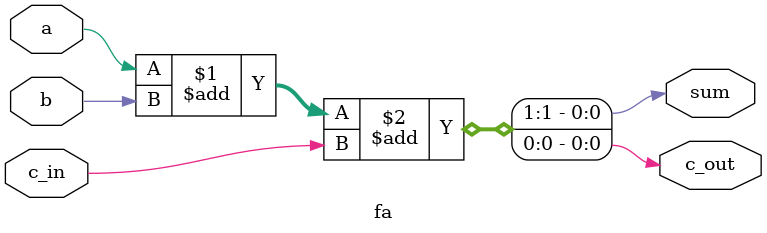
<source format=v>
module fa(output wire c_out, sum, input wire a, b, c_in);

  assign {sum, c_out} = a + b + c_in;
 
endmodule
</source>
